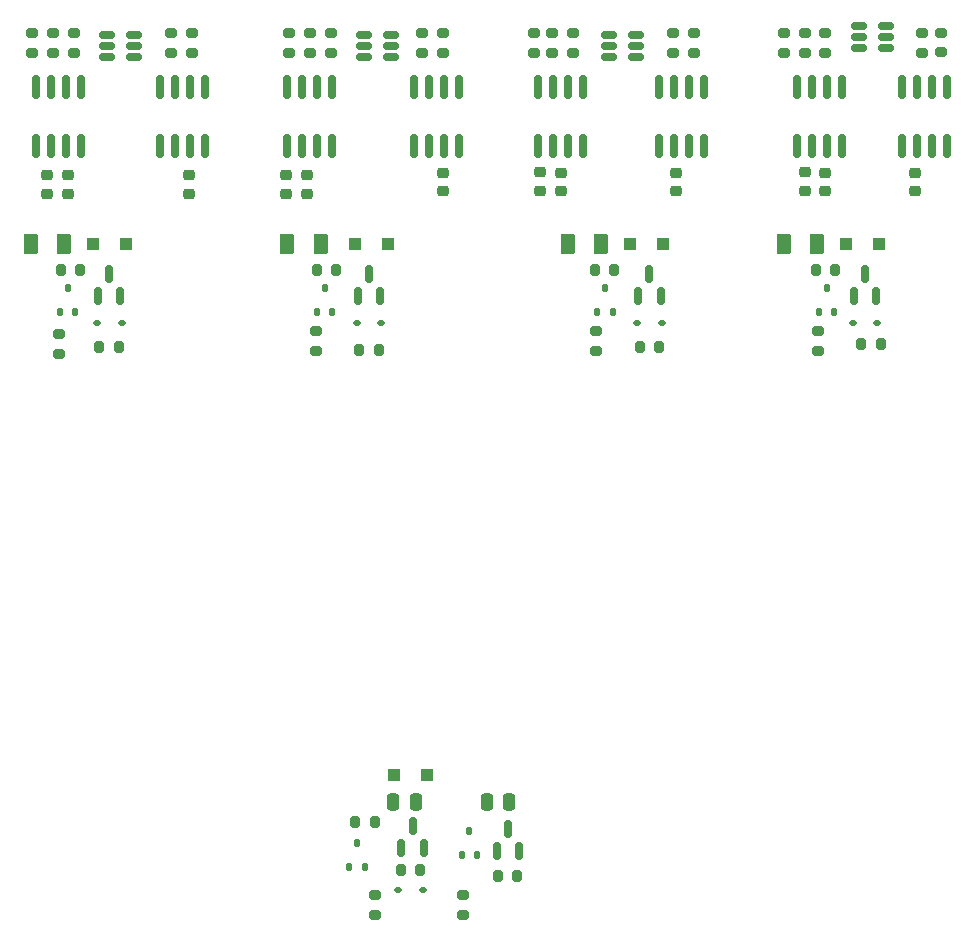
<source format=gtp>
G04 #@! TF.GenerationSoftware,KiCad,Pcbnew,8.0.5*
G04 #@! TF.CreationDate,2024-09-22T18:01:03+03:00*
G04 #@! TF.ProjectId,rioctrl-stepdir4,72696f63-7472-46c2-9d73-746570646972,rev?*
G04 #@! TF.SameCoordinates,Original*
G04 #@! TF.FileFunction,Paste,Top*
G04 #@! TF.FilePolarity,Positive*
%FSLAX46Y46*%
G04 Gerber Fmt 4.6, Leading zero omitted, Abs format (unit mm)*
G04 Created by KiCad (PCBNEW 8.0.5) date 2024-09-22 18:01:03*
%MOMM*%
%LPD*%
G01*
G04 APERTURE LIST*
G04 Aperture macros list*
%AMRoundRect*
0 Rectangle with rounded corners*
0 $1 Rounding radius*
0 $2 $3 $4 $5 $6 $7 $8 $9 X,Y pos of 4 corners*
0 Add a 4 corners polygon primitive as box body*
4,1,4,$2,$3,$4,$5,$6,$7,$8,$9,$2,$3,0*
0 Add four circle primitives for the rounded corners*
1,1,$1+$1,$2,$3*
1,1,$1+$1,$4,$5*
1,1,$1+$1,$6,$7*
1,1,$1+$1,$8,$9*
0 Add four rect primitives between the rounded corners*
20,1,$1+$1,$2,$3,$4,$5,0*
20,1,$1+$1,$4,$5,$6,$7,0*
20,1,$1+$1,$6,$7,$8,$9,0*
20,1,$1+$1,$8,$9,$2,$3,0*%
G04 Aperture macros list end*
%ADD10RoundRect,0.200000X0.275000X-0.200000X0.275000X0.200000X-0.275000X0.200000X-0.275000X-0.200000X0*%
%ADD11RoundRect,0.250000X-0.300000X-0.300000X0.300000X-0.300000X0.300000X0.300000X-0.300000X0.300000X0*%
%ADD12RoundRect,0.200000X-0.275000X0.200000X-0.275000X-0.200000X0.275000X-0.200000X0.275000X0.200000X0*%
%ADD13RoundRect,0.150000X0.150000X-0.825000X0.150000X0.825000X-0.150000X0.825000X-0.150000X-0.825000X0*%
%ADD14RoundRect,0.218750X0.256250X-0.218750X0.256250X0.218750X-0.256250X0.218750X-0.256250X-0.218750X0*%
%ADD15RoundRect,0.150000X0.150000X-0.587500X0.150000X0.587500X-0.150000X0.587500X-0.150000X-0.587500X0*%
%ADD16RoundRect,0.112500X-0.112500X-0.237500X0.112500X-0.237500X0.112500X0.237500X-0.112500X0.237500X0*%
%ADD17RoundRect,0.250000X0.250000X0.475000X-0.250000X0.475000X-0.250000X-0.475000X0.250000X-0.475000X0*%
%ADD18RoundRect,0.225000X-0.250000X0.225000X-0.250000X-0.225000X0.250000X-0.225000X0.250000X0.225000X0*%
%ADD19RoundRect,0.250000X0.375000X0.625000X-0.375000X0.625000X-0.375000X-0.625000X0.375000X-0.625000X0*%
%ADD20RoundRect,0.200000X0.200000X0.275000X-0.200000X0.275000X-0.200000X-0.275000X0.200000X-0.275000X0*%
%ADD21RoundRect,0.112500X0.187500X0.112500X-0.187500X0.112500X-0.187500X-0.112500X0.187500X-0.112500X0*%
%ADD22RoundRect,0.150000X-0.512500X-0.150000X0.512500X-0.150000X0.512500X0.150000X-0.512500X0.150000X0*%
%ADD23RoundRect,0.250000X0.300000X0.300000X-0.300000X0.300000X-0.300000X-0.300000X0.300000X-0.300000X0*%
G04 APERTURE END LIST*
D10*
G04 #@! TO.C,R18*
X131750000Y-72575000D03*
X131750000Y-70925000D03*
G04 #@! TD*
G04 #@! TO.C,R11*
X151387500Y-72575000D03*
X151387500Y-70925000D03*
G04 #@! TD*
D11*
G04 #@! TO.C,D4*
X154850000Y-88750000D03*
X157650000Y-88750000D03*
G04 #@! TD*
D12*
G04 #@! TO.C,R13*
X133750000Y-96175000D03*
X133750000Y-97825000D03*
G04 #@! TD*
D13*
G04 #@! TO.C,U1*
X150732500Y-80475000D03*
X152002500Y-80475000D03*
X153272500Y-80475000D03*
X154542500Y-80475000D03*
X154542500Y-75525000D03*
X153272500Y-75525000D03*
X152002500Y-75525000D03*
X150732500Y-75525000D03*
G04 #@! TD*
D10*
G04 #@! TO.C,R10*
X153137500Y-72575000D03*
X153137500Y-70925000D03*
G04 #@! TD*
D14*
G04 #@! TO.C,FB4*
X87250000Y-84537500D03*
X87250000Y-82962500D03*
G04 #@! TD*
D15*
G04 #@! TO.C,Q4*
X125300000Y-140187500D03*
X127200000Y-140187500D03*
X126250000Y-138312500D03*
G04 #@! TD*
D16*
G04 #@! TO.C,Q1*
X112850000Y-141500000D03*
X114150000Y-141500000D03*
X113500000Y-139500000D03*
G04 #@! TD*
D15*
G04 #@! TO.C,Q12*
X91550000Y-93187500D03*
X93450000Y-93187500D03*
X92500000Y-91312500D03*
G04 #@! TD*
G04 #@! TO.C,Q6*
X155550000Y-93187500D03*
X157450000Y-93187500D03*
X156500000Y-91312500D03*
G04 #@! TD*
D17*
G04 #@! TO.C,C2*
X126400000Y-136000000D03*
X124500000Y-136000000D03*
G04 #@! TD*
D16*
G04 #@! TO.C,Q5*
X152600000Y-94500000D03*
X153900000Y-94500000D03*
X153250000Y-92500000D03*
G04 #@! TD*
D15*
G04 #@! TO.C,Q10*
X113550000Y-93187500D03*
X115450000Y-93187500D03*
X114500000Y-91312500D03*
G04 #@! TD*
D18*
G04 #@! TO.C,C3*
X153137500Y-82725000D03*
X153137500Y-84275000D03*
G04 #@! TD*
D19*
G04 #@! TO.C,F2*
X134150000Y-88750000D03*
X131350000Y-88750000D03*
G04 #@! TD*
D18*
G04 #@! TO.C,C7*
X109250000Y-82975000D03*
X109250000Y-84525000D03*
G04 #@! TD*
D15*
G04 #@! TO.C,Q8*
X137300000Y-93187500D03*
X139200000Y-93187500D03*
X138250000Y-91312500D03*
G04 #@! TD*
D12*
G04 #@! TO.C,R21*
X110000000Y-96175000D03*
X110000000Y-97825000D03*
G04 #@! TD*
D20*
G04 #@! TO.C,R15*
X154000000Y-91000000D03*
X152350000Y-91000000D03*
G04 #@! TD*
D14*
G04 #@! TO.C,FB2*
X129000000Y-84287500D03*
X129000000Y-82712500D03*
G04 #@! TD*
D21*
G04 #@! TO.C,D3*
X157550000Y-95500000D03*
X155450000Y-95500000D03*
G04 #@! TD*
D18*
G04 #@! TO.C,C5*
X130750000Y-82725000D03*
X130750000Y-84275000D03*
G04 #@! TD*
D11*
G04 #@! TO.C,D13*
X91100000Y-88750000D03*
X93900000Y-88750000D03*
G04 #@! TD*
D19*
G04 #@! TO.C,F3*
X110400000Y-88750000D03*
X107600000Y-88750000D03*
G04 #@! TD*
D13*
G04 #@! TO.C,U7*
X107595000Y-80475000D03*
X108865000Y-80475000D03*
X110135000Y-80475000D03*
X111405000Y-80475000D03*
X111405000Y-75525000D03*
X110135000Y-75525000D03*
X108865000Y-75525000D03*
X107595000Y-75525000D03*
G04 #@! TD*
D10*
G04 #@! TO.C,R17*
X140250000Y-72575000D03*
X140250000Y-70925000D03*
G04 #@! TD*
D21*
G04 #@! TO.C,D1*
X119050000Y-143500000D03*
X116950000Y-143500000D03*
G04 #@! TD*
D10*
G04 #@! TO.C,R26*
X111250000Y-72575000D03*
X111250000Y-70925000D03*
G04 #@! TD*
D22*
G04 #@! TO.C,U6*
X134862500Y-71050000D03*
X134862500Y-72000000D03*
X134862500Y-72950000D03*
X137137500Y-72950000D03*
X137137500Y-72000000D03*
X137137500Y-71050000D03*
G04 #@! TD*
D20*
G04 #@! TO.C,R14*
X139075000Y-97500000D03*
X137425000Y-97500000D03*
G04 #@! TD*
G04 #@! TO.C,R7*
X115000000Y-137750000D03*
X113350000Y-137750000D03*
G04 #@! TD*
D21*
G04 #@! TO.C,D9*
X115550000Y-95500000D03*
X113450000Y-95500000D03*
G04 #@! TD*
D16*
G04 #@! TO.C,Q11*
X88350000Y-94500000D03*
X89650000Y-94500000D03*
X89000000Y-92500000D03*
G04 #@! TD*
D12*
G04 #@! TO.C,R29*
X88250000Y-96425000D03*
X88250000Y-98075000D03*
G04 #@! TD*
D16*
G04 #@! TO.C,Q9*
X110100000Y-94500000D03*
X111400000Y-94500000D03*
X110750000Y-92500000D03*
G04 #@! TD*
D15*
G04 #@! TO.C,Q3*
X117250000Y-139937500D03*
X119150000Y-139937500D03*
X118200000Y-138062500D03*
G04 #@! TD*
D18*
G04 #@! TO.C,C10*
X99250000Y-82975000D03*
X99250000Y-84525000D03*
G04 #@! TD*
D20*
G04 #@! TO.C,R6*
X157825000Y-97250000D03*
X156175000Y-97250000D03*
G04 #@! TD*
G04 #@! TO.C,R3*
X118825000Y-141750000D03*
X117175000Y-141750000D03*
G04 #@! TD*
D10*
G04 #@! TO.C,R16*
X141990000Y-72575000D03*
X141990000Y-70925000D03*
G04 #@! TD*
G04 #@! TO.C,R19*
X130000000Y-72575000D03*
X130000000Y-70925000D03*
G04 #@! TD*
D16*
G04 #@! TO.C,Q7*
X133850000Y-94500000D03*
X135150000Y-94500000D03*
X134500000Y-92500000D03*
G04 #@! TD*
D12*
G04 #@! TO.C,R20*
X128500000Y-70925000D03*
X128500000Y-72575000D03*
G04 #@! TD*
D18*
G04 #@! TO.C,C6*
X140500000Y-82725000D03*
X140500000Y-84275000D03*
G04 #@! TD*
D21*
G04 #@! TO.C,D6*
X139300000Y-95500000D03*
X137200000Y-95500000D03*
G04 #@! TD*
D20*
G04 #@! TO.C,R23*
X135250000Y-91000000D03*
X133600000Y-91000000D03*
G04 #@! TD*
D11*
G04 #@! TO.C,D10*
X113350000Y-88750000D03*
X116150000Y-88750000D03*
G04 #@! TD*
D12*
G04 #@! TO.C,R36*
X86000000Y-70925000D03*
X86000000Y-72575000D03*
G04 #@! TD*
D13*
G04 #@! TO.C,U11*
X96845000Y-80475000D03*
X98115000Y-80475000D03*
X99385000Y-80475000D03*
X100655000Y-80475000D03*
X100655000Y-75525000D03*
X99385000Y-75525000D03*
X98115000Y-75525000D03*
X96845000Y-75525000D03*
G04 #@! TD*
D11*
G04 #@! TO.C,D7*
X136600000Y-88750000D03*
X139400000Y-88750000D03*
G04 #@! TD*
D10*
G04 #@! TO.C,R34*
X89500000Y-72575000D03*
X89500000Y-70925000D03*
G04 #@! TD*
G04 #@! TO.C,R27*
X109500000Y-72575000D03*
X109500000Y-70925000D03*
G04 #@! TD*
D12*
G04 #@! TO.C,R12*
X149637500Y-70925000D03*
X149637500Y-72575000D03*
G04 #@! TD*
G04 #@! TO.C,R2*
X122500000Y-143925000D03*
X122500000Y-145575000D03*
G04 #@! TD*
D20*
G04 #@! TO.C,R22*
X115325000Y-97750000D03*
X113675000Y-97750000D03*
G04 #@! TD*
D13*
G04 #@! TO.C,U10*
X86345000Y-80475000D03*
X87615000Y-80475000D03*
X88885000Y-80475000D03*
X90155000Y-80475000D03*
X90155000Y-75525000D03*
X88885000Y-75525000D03*
X87615000Y-75525000D03*
X86345000Y-75525000D03*
G04 #@! TD*
D16*
G04 #@! TO.C,Q2*
X122350000Y-140500000D03*
X123650000Y-140500000D03*
X123000000Y-138500000D03*
G04 #@! TD*
D18*
G04 #@! TO.C,C9*
X89000000Y-82975000D03*
X89000000Y-84525000D03*
G04 #@! TD*
D20*
G04 #@! TO.C,R30*
X93325000Y-97500000D03*
X91675000Y-97500000D03*
G04 #@! TD*
D10*
G04 #@! TO.C,R24*
X120750000Y-72575000D03*
X120750000Y-70925000D03*
G04 #@! TD*
D19*
G04 #@! TO.C,F4*
X88650000Y-88750000D03*
X85850000Y-88750000D03*
G04 #@! TD*
G04 #@! TO.C,F1*
X152400000Y-88750000D03*
X149600000Y-88750000D03*
G04 #@! TD*
D14*
G04 #@! TO.C,FB1*
X151387500Y-84287500D03*
X151387500Y-82712500D03*
G04 #@! TD*
D10*
G04 #@! TO.C,R32*
X99500000Y-72575000D03*
X99500000Y-70925000D03*
G04 #@! TD*
D13*
G04 #@! TO.C,U4*
X128845000Y-80475000D03*
X130115000Y-80475000D03*
X131385000Y-80475000D03*
X132655000Y-80475000D03*
X132655000Y-75525000D03*
X131385000Y-75525000D03*
X130115000Y-75525000D03*
X128845000Y-75525000D03*
G04 #@! TD*
D18*
G04 #@! TO.C,C8*
X120750000Y-82725000D03*
X120750000Y-84275000D03*
G04 #@! TD*
D10*
G04 #@! TO.C,R25*
X119000000Y-72575000D03*
X119000000Y-70925000D03*
G04 #@! TD*
D20*
G04 #@! TO.C,R31*
X111750000Y-91000000D03*
X110100000Y-91000000D03*
G04 #@! TD*
D13*
G04 #@! TO.C,U2*
X159595000Y-80475000D03*
X160865000Y-80475000D03*
X162135000Y-80475000D03*
X163405000Y-80475000D03*
X163405000Y-75525000D03*
X162135000Y-75525000D03*
X160865000Y-75525000D03*
X159595000Y-75525000D03*
G04 #@! TD*
D18*
G04 #@! TO.C,C4*
X160750000Y-82725000D03*
X160750000Y-84275000D03*
G04 #@! TD*
D12*
G04 #@! TO.C,R28*
X107750000Y-70925000D03*
X107750000Y-72575000D03*
G04 #@! TD*
D14*
G04 #@! TO.C,FB3*
X107500000Y-84537500D03*
X107500000Y-82962500D03*
G04 #@! TD*
D10*
G04 #@! TO.C,R33*
X97750000Y-72575000D03*
X97750000Y-70925000D03*
G04 #@! TD*
D20*
G04 #@! TO.C,R37*
X90075000Y-91000000D03*
X88425000Y-91000000D03*
G04 #@! TD*
D12*
G04 #@! TO.C,R1*
X115000000Y-143925000D03*
X115000000Y-145575000D03*
G04 #@! TD*
D10*
G04 #@! TO.C,R35*
X87750000Y-72575000D03*
X87750000Y-70925000D03*
G04 #@! TD*
D23*
G04 #@! TO.C,D2*
X119400000Y-133750000D03*
X116600000Y-133750000D03*
G04 #@! TD*
D13*
G04 #@! TO.C,U5*
X139095000Y-80475000D03*
X140365000Y-80475000D03*
X141635000Y-80475000D03*
X142905000Y-80475000D03*
X142905000Y-75525000D03*
X141635000Y-75525000D03*
X140365000Y-75525000D03*
X139095000Y-75525000D03*
G04 #@! TD*
D21*
G04 #@! TO.C,D12*
X93550000Y-95500000D03*
X91450000Y-95500000D03*
G04 #@! TD*
D12*
G04 #@! TO.C,R5*
X152500000Y-96175000D03*
X152500000Y-97825000D03*
G04 #@! TD*
D10*
G04 #@! TO.C,R8*
X162900000Y-72525000D03*
X162900000Y-70875000D03*
G04 #@! TD*
D20*
G04 #@! TO.C,R4*
X127075000Y-142250000D03*
X125425000Y-142250000D03*
G04 #@! TD*
D17*
G04 #@! TO.C,C1*
X118450000Y-136000000D03*
X116550000Y-136000000D03*
G04 #@! TD*
D22*
G04 #@! TO.C,U3*
X156000000Y-70300000D03*
X156000000Y-71250000D03*
X156000000Y-72200000D03*
X158275000Y-72200000D03*
X158275000Y-71250000D03*
X158275000Y-70300000D03*
G04 #@! TD*
D13*
G04 #@! TO.C,U8*
X118345000Y-80475000D03*
X119615000Y-80475000D03*
X120885000Y-80475000D03*
X122155000Y-80475000D03*
X122155000Y-75525000D03*
X120885000Y-75525000D03*
X119615000Y-75525000D03*
X118345000Y-75525000D03*
G04 #@! TD*
D22*
G04 #@! TO.C,U9*
X114112500Y-71050000D03*
X114112500Y-72000000D03*
X114112500Y-72950000D03*
X116387500Y-72950000D03*
X116387500Y-72000000D03*
X116387500Y-71050000D03*
G04 #@! TD*
G04 #@! TO.C,U12*
X92362500Y-71050000D03*
X92362500Y-72000000D03*
X92362500Y-72950000D03*
X94637500Y-72950000D03*
X94637500Y-72000000D03*
X94637500Y-71050000D03*
G04 #@! TD*
D10*
G04 #@! TO.C,R9*
X161300000Y-72575000D03*
X161300000Y-70925000D03*
G04 #@! TD*
M02*

</source>
